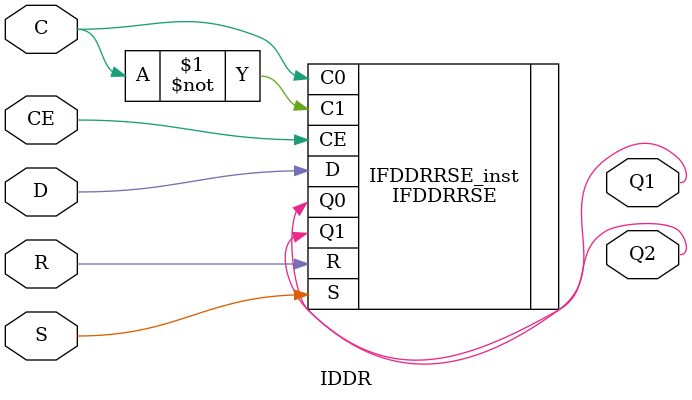
<source format=v>
/**
 * ------------------------------------------------------------
 * Copyright (c) SILAB , Physics Institute of Bonn University 
 * ------------------------------------------------------------
 *
 */

module IDDR ( output wire Q1, Q2, 
                       input wire C, CE, D, R, S );

IFDDRRSE IFDDRRSE_inst (
    .Q0(Q1), 
    .Q1(Q2), 
    .C0(C), 
    .C1(~C), 
    .CE(CE), 
    .D(D), 
    .R(R), 
    .S(S)
);

endmodule

</source>
